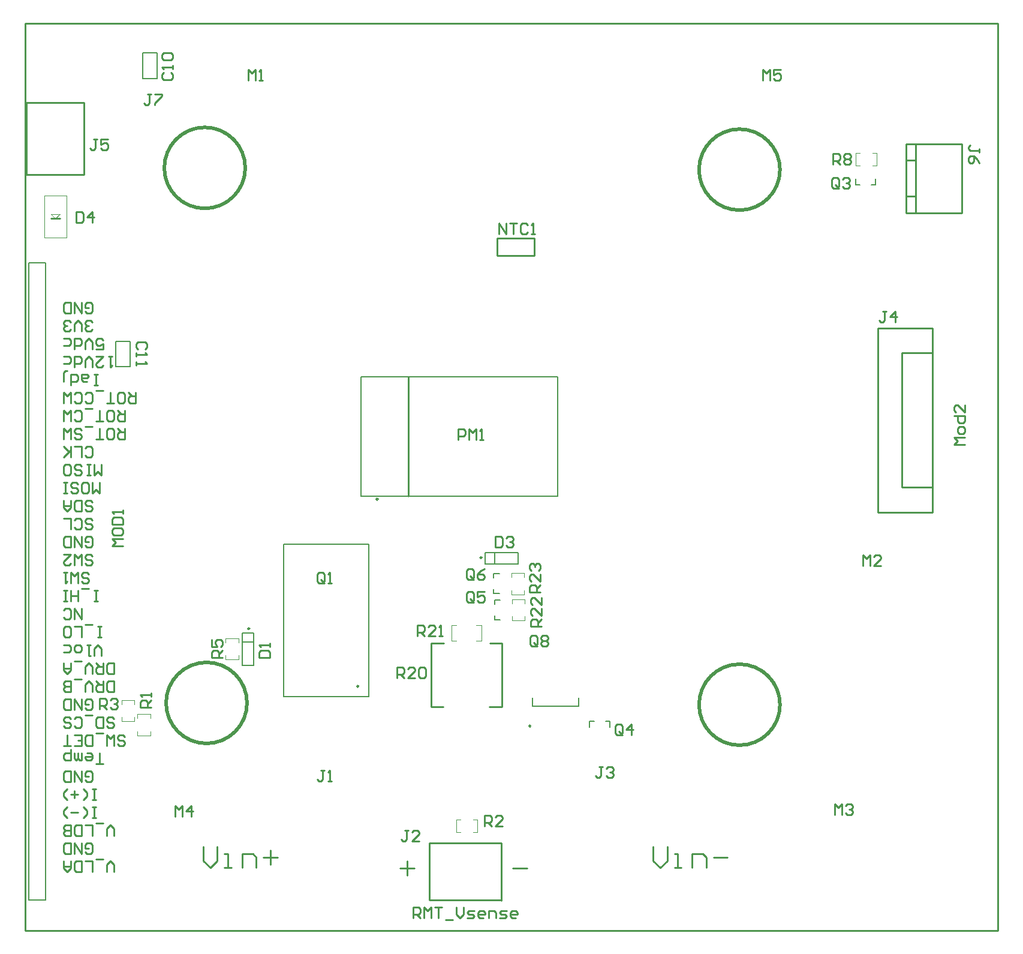
<source format=gto>
G04*
G04 #@! TF.GenerationSoftware,Altium Limited,CircuitStudio,1.5.2 (30)*
G04*
G04 Layer_Color=15065295*
%FSLAX44Y44*%
%MOMM*%
G71*
G01*
G75*
%ADD26C,0.2540*%
%ADD27C,0.5000*%
%ADD29C,0.2500*%
%ADD47C,0.2000*%
%ADD48C,0.1000*%
%ADD49C,0.2032*%
%ADD50C,0.1016*%
D26*
X2172298Y1463500D02*
X2273898D01*
X2172298D02*
Y1544500D01*
X2273898D01*
Y1463360D02*
Y1544500D01*
X1603500Y2487300D02*
Y2588900D01*
X1684500D01*
Y2487300D02*
Y2588900D01*
X1603360Y2487300D02*
X1684500D01*
X2844750Y2530750D02*
X2924000D01*
Y2433500D02*
Y2530750D01*
X2845250Y2433500D02*
X2924000D01*
X2844750Y2434000D02*
X2845250Y2433500D01*
X2844750Y2434000D02*
Y2530750D01*
X2859000Y2434000D02*
Y2530750D01*
X2844900Y2507400D02*
X2859000D01*
X2844750Y2507250D02*
X2844900Y2507400D01*
X2844850Y2456600D02*
X2859000D01*
X2844750Y2456500D02*
X2844850Y2456600D01*
X2142400Y2033280D02*
Y2202190D01*
X2268000Y2373250D02*
X2320500D01*
X2268000D02*
Y2397750D01*
X2320500D01*
Y2373250D02*
Y2397750D01*
X2155000Y1836000D02*
Y1851235D01*
X2162617D01*
X2165157Y1848696D01*
Y1843617D01*
X2162617Y1841078D01*
X2155000D01*
X2160078D02*
X2165157Y1836000D01*
X2180392D02*
X2170235D01*
X2180392Y1846157D01*
Y1848696D01*
X2177852Y1851235D01*
X2172774D01*
X2170235Y1848696D01*
X2185470Y1836000D02*
X2190548D01*
X2188009D01*
Y1851235D01*
X2185470Y1848696D01*
X2126500Y1777500D02*
Y1792735D01*
X2134117D01*
X2136657Y1790196D01*
Y1785117D01*
X2134117Y1782578D01*
X2126500D01*
X2131578D02*
X2136657Y1777500D01*
X2151892D02*
X2141735D01*
X2151892Y1787657D01*
Y1790196D01*
X2149353Y1792735D01*
X2144274D01*
X2141735Y1790196D01*
X2156970D02*
X2159509Y1792735D01*
X2164588D01*
X2167127Y1790196D01*
Y1780039D01*
X2164588Y1777500D01*
X2159509D01*
X2156970Y1780039D01*
Y1790196D01*
X1880000Y1806000D02*
X1864765D01*
Y1813617D01*
X1867304Y1816157D01*
X1872382D01*
X1874922Y1813617D01*
Y1806000D01*
Y1811078D02*
X1880000Y1816157D01*
X1864765Y1831392D02*
Y1821235D01*
X1872382D01*
X1869843Y1826313D01*
Y1828853D01*
X1872382Y1831392D01*
X1877461D01*
X1880000Y1828853D01*
Y1823774D01*
X1877461Y1821235D01*
X1706500Y1733500D02*
Y1748735D01*
X1714117D01*
X1716657Y1746196D01*
Y1741117D01*
X1714117Y1738578D01*
X1706500D01*
X1711578D02*
X1716657Y1733500D01*
X1721735Y1746196D02*
X1724274Y1748735D01*
X1729353D01*
X1731892Y1746196D01*
Y1743657D01*
X1729353Y1741117D01*
X1726813D01*
X1729353D01*
X1731892Y1738578D01*
Y1736039D01*
X1729353Y1733500D01*
X1724274D01*
X1721735Y1736039D01*
X2250361Y1568187D02*
Y1583422D01*
X2257978D01*
X2260518Y1580883D01*
Y1575805D01*
X2257978Y1573266D01*
X2250361D01*
X2255439D02*
X2260518Y1568187D01*
X2275753D02*
X2265596D01*
X2275753Y1578344D01*
Y1580883D01*
X2273214Y1583422D01*
X2268135D01*
X2265596Y1580883D01*
X1779000Y1736000D02*
X1763765D01*
Y1743617D01*
X1766304Y1746156D01*
X1771382D01*
X1773921Y1743617D01*
Y1736000D01*
Y1741078D02*
X1779000Y1746156D01*
Y1751235D02*
Y1756313D01*
Y1753774D01*
X1763765D01*
X1766304Y1751235D01*
X2324200Y1824736D02*
Y1834893D01*
X2321661Y1837432D01*
X2316583D01*
X2314044Y1834893D01*
Y1824736D01*
X2316583Y1822197D01*
X2321661D01*
X2319122Y1827276D02*
X2324200Y1822197D01*
X2321661D02*
X2324200Y1824736D01*
X2329279Y1834893D02*
X2331818Y1837432D01*
X2336896D01*
X2339435Y1834893D01*
Y1832354D01*
X2336896Y1829815D01*
X2339435Y1827276D01*
Y1824736D01*
X2336896Y1822197D01*
X2331818D01*
X2329279Y1824736D01*
Y1827276D01*
X2331818Y1829815D01*
X2329279Y1832354D01*
Y1834893D01*
X2331818Y1829815D02*
X2336896D01*
X2024157Y1913289D02*
Y1923446D01*
X2021617Y1925985D01*
X2016539D01*
X2014000Y1923446D01*
Y1913289D01*
X2016539Y1910750D01*
X2021617D01*
X2019078Y1915828D02*
X2024157Y1910750D01*
X2021617D02*
X2024157Y1913289D01*
X2029235Y1910750D02*
X2034313D01*
X2031774D01*
Y1925985D01*
X2029235Y1923446D01*
X2212750Y2113250D02*
Y2128485D01*
X2220367D01*
X2222907Y2125946D01*
Y2120867D01*
X2220367Y2118328D01*
X2212750D01*
X2227985Y2113250D02*
Y2128485D01*
X2233063Y2123407D01*
X2238142Y2128485D01*
Y2113250D01*
X2243220D02*
X2248298D01*
X2245759D01*
Y2128485D01*
X2243220Y2125946D01*
X2270000Y2403750D02*
Y2418985D01*
X2280157Y2403750D01*
Y2418985D01*
X2285235D02*
X2295392D01*
X2290313D01*
Y2403750D01*
X2310627Y2416446D02*
X2308088Y2418985D01*
X2303009D01*
X2300470Y2416446D01*
Y2406289D01*
X2303009Y2403750D01*
X2308088D01*
X2310627Y2406289D01*
X2315705Y2403750D02*
X2320783D01*
X2318244D01*
Y2418985D01*
X2315705Y2416446D01*
X1739000Y1963500D02*
X1723765D01*
X1728843Y1968578D01*
X1723765Y1973657D01*
X1739000D01*
X1723765Y1986353D02*
Y1981274D01*
X1726304Y1978735D01*
X1736461D01*
X1739000Y1981274D01*
Y1986353D01*
X1736461Y1988892D01*
X1726304D01*
X1723765Y1986353D01*
Y1993970D02*
X1739000D01*
Y2001588D01*
X1736461Y2004127D01*
X1726304D01*
X1723765Y2001588D01*
Y1993970D01*
X1739000Y2009205D02*
Y2014283D01*
Y2011744D01*
X1723765D01*
X1726304Y2009205D01*
X2642500Y2620600D02*
Y2635835D01*
X2647578Y2630757D01*
X2652657Y2635835D01*
Y2620600D01*
X2667892Y2635835D02*
X2657735D01*
Y2628217D01*
X2662813Y2630757D01*
X2665352D01*
X2667892Y2628217D01*
Y2623139D01*
X2665352Y2620600D01*
X2660274D01*
X2657735Y2623139D01*
X1813400Y1581900D02*
Y1597135D01*
X1818478Y1592057D01*
X1823557Y1597135D01*
Y1581900D01*
X1836252D02*
Y1597135D01*
X1828635Y1589517D01*
X1838792D01*
X2744200Y1584500D02*
Y1599735D01*
X2749278Y1594657D01*
X2754357Y1599735D01*
Y1584500D01*
X2759435Y1597196D02*
X2761974Y1599735D01*
X2767053D01*
X2769592Y1597196D01*
Y1594657D01*
X2767053Y1592117D01*
X2764513D01*
X2767053D01*
X2769592Y1589578D01*
Y1587039D01*
X2767053Y1584500D01*
X2761974D01*
X2759435Y1587039D01*
X2784500Y1935500D02*
Y1950735D01*
X2789578Y1945657D01*
X2794657Y1950735D01*
Y1935500D01*
X2809892D02*
X2799735D01*
X2809892Y1945657D01*
Y1948196D01*
X2807353Y1950735D01*
X2802274D01*
X2799735Y1948196D01*
X1916100Y2620600D02*
Y2635835D01*
X1921178Y2630757D01*
X1926257Y2635835D01*
Y2620600D01*
X1931335D02*
X1936413D01*
X1933874D01*
Y2635835D01*
X1931335Y2633296D01*
X1778907Y2600985D02*
X1773828D01*
X1776367D01*
Y2588289D01*
X1773828Y2585750D01*
X1771289D01*
X1768750Y2588289D01*
X1783985Y2600985D02*
X1794142D01*
Y2598446D01*
X1783985Y2588289D01*
Y2585750D01*
X2948202Y2519214D02*
Y2524293D01*
Y2521754D01*
X2935506D01*
X2932967Y2524293D01*
Y2526832D01*
X2935506Y2529371D01*
X2948202Y2503979D02*
X2945663Y2509058D01*
X2940584Y2514136D01*
X2935506D01*
X2932967Y2511597D01*
Y2506518D01*
X2935506Y2503979D01*
X2938045D01*
X2940584Y2506518D01*
Y2514136D01*
X1703157Y2537485D02*
X1698078D01*
X1700617D01*
Y2524789D01*
X1698078Y2522250D01*
X1695539D01*
X1693000Y2524789D01*
X1718392Y2537485D02*
X1708235D01*
Y2529867D01*
X1713313Y2532407D01*
X1715853D01*
X1718392Y2529867D01*
Y2524789D01*
X1715853Y2522250D01*
X1710774D01*
X1708235Y2524789D01*
X2416907Y1651735D02*
X2411828D01*
X2414367D01*
Y1639039D01*
X2411828Y1636500D01*
X2409289D01*
X2406750Y1639039D01*
X2421985Y1649196D02*
X2424524Y1651735D01*
X2429603D01*
X2432142Y1649196D01*
Y1646657D01*
X2429603Y1644117D01*
X2427063D01*
X2429603D01*
X2432142Y1641578D01*
Y1639039D01*
X2429603Y1636500D01*
X2424524D01*
X2421985Y1639039D01*
X2142407Y1562485D02*
X2137328D01*
X2139867D01*
Y1549789D01*
X2137328Y1547250D01*
X2134789D01*
X2132250Y1549789D01*
X2157642Y1547250D02*
X2147485D01*
X2157642Y1557407D01*
Y1559946D01*
X2155103Y1562485D01*
X2150024D01*
X2147485Y1559946D01*
X2023657Y1646485D02*
X2018578D01*
X2021117D01*
Y1633789D01*
X2018578Y1631250D01*
X2016039D01*
X2013500Y1633789D01*
X2028735Y1631250D02*
X2033813D01*
X2031274D01*
Y1646485D01*
X2028735Y1643946D01*
X2265250Y1976735D02*
Y1961500D01*
X2272867D01*
X2275406Y1964039D01*
Y1974196D01*
X2272867Y1976735D01*
X2265250D01*
X2280485Y1974196D02*
X2283024Y1976735D01*
X2288102D01*
X2290641Y1974196D01*
Y1971656D01*
X2288102Y1969117D01*
X2285563D01*
X2288102D01*
X2290641Y1966578D01*
Y1964039D01*
X2288102Y1961500D01*
X2283024D01*
X2280485Y1964039D01*
X1931265Y1806000D02*
X1946500D01*
Y1813617D01*
X1943961Y1816157D01*
X1933804D01*
X1931265Y1813617D01*
Y1806000D01*
X1946500Y1821235D02*
Y1826313D01*
Y1823774D01*
X1931265D01*
X1933804Y1821235D01*
X1796804Y2631407D02*
X1794265Y2628867D01*
Y2623789D01*
X1796804Y2621250D01*
X1806961D01*
X1809500Y2623789D01*
Y2628867D01*
X1806961Y2631407D01*
X1809500Y2636485D02*
Y2641563D01*
Y2639024D01*
X1794265D01*
X1796804Y2636485D01*
Y2649181D02*
X1794265Y2651720D01*
Y2656798D01*
X1796804Y2659337D01*
X1806961D01*
X1809500Y2656798D01*
Y2651720D01*
X1806961Y2649181D01*
X1796804D01*
X1771115Y2240726D02*
X1773654Y2243265D01*
Y2248344D01*
X1771115Y2250883D01*
X1760958D01*
X1758419Y2248344D01*
Y2243265D01*
X1760958Y2240726D01*
X1758419Y2235648D02*
Y2230569D01*
Y2233109D01*
X1773654D01*
X1771115Y2235648D01*
X1758419Y2222952D02*
Y2217874D01*
Y2220413D01*
X1773654D01*
X1771115Y2222952D01*
X2817178Y2294538D02*
X2812099D01*
X2814638D01*
Y2281842D01*
X2812099Y2279303D01*
X2809560D01*
X2807021Y2281842D01*
X2829874Y2279303D02*
Y2294538D01*
X2822256Y2286920D01*
X2832413D01*
X2750406Y2470289D02*
Y2480446D01*
X2747867Y2482985D01*
X2742789D01*
X2740250Y2480446D01*
Y2470289D01*
X2742789Y2467750D01*
X2747867D01*
X2745328Y2472828D02*
X2750406Y2467750D01*
X2747867D02*
X2750406Y2470289D01*
X2755485Y2480446D02*
X2758024Y2482985D01*
X2763102D01*
X2765642Y2480446D01*
Y2477907D01*
X2763102Y2475367D01*
X2760563D01*
X2763102D01*
X2765642Y2472828D01*
Y2470289D01*
X2763102Y2467750D01*
X2758024D01*
X2755485Y2470289D01*
X2741750Y2501500D02*
Y2516735D01*
X2749367D01*
X2751907Y2514196D01*
Y2509117D01*
X2749367Y2506578D01*
X2741750D01*
X2746828D02*
X2751907Y2501500D01*
X2756985Y2514196D02*
X2759524Y2516735D01*
X2764602D01*
X2767142Y2514196D01*
Y2511656D01*
X2764602Y2509117D01*
X2767142Y2506578D01*
Y2504039D01*
X2764602Y2501500D01*
X2759524D01*
X2756985Y2504039D01*
Y2506578D01*
X2759524Y2509117D01*
X2756985Y2511656D01*
Y2514196D01*
X2759524Y2509117D02*
X2764602D01*
X2928000Y2106500D02*
X2912765D01*
X2917843Y2111578D01*
X2912765Y2116656D01*
X2928000D01*
Y2124274D02*
Y2129352D01*
X2925461Y2131891D01*
X2920382D01*
X2917843Y2129352D01*
Y2124274D01*
X2920382Y2121735D01*
X2925461D01*
X2928000Y2124274D01*
X2912765Y2147127D02*
X2928000D01*
Y2139509D01*
X2925461Y2136970D01*
X2920382D01*
X2917843Y2139509D01*
Y2147127D01*
X2928000Y2162362D02*
Y2152205D01*
X2917843Y2162362D01*
X2915304D01*
X2912765Y2159823D01*
Y2154744D01*
X2915304Y2152205D01*
X1673750Y2435235D02*
Y2420000D01*
X1681367D01*
X1683907Y2422539D01*
Y2432696D01*
X1681367Y2435235D01*
X1673750D01*
X1696602Y2420000D02*
Y2435235D01*
X1688985Y2427617D01*
X1699142D01*
X2444957Y1698839D02*
Y1708996D01*
X2442417Y1711535D01*
X2437339D01*
X2434800Y1708996D01*
Y1698839D01*
X2437339Y1696300D01*
X2442417D01*
X2439878Y1701378D02*
X2444957Y1696300D01*
X2442417D02*
X2444957Y1698839D01*
X2457652Y1696300D02*
Y1711535D01*
X2450035Y1703917D01*
X2460192D01*
X2329000Y1898500D02*
X2313765D01*
Y1906117D01*
X2316304Y1908657D01*
X2321382D01*
X2323922Y1906117D01*
Y1898500D01*
Y1903578D02*
X2329000Y1908657D01*
Y1923892D02*
Y1913735D01*
X2318843Y1923892D01*
X2316304D01*
X2313765Y1921352D01*
Y1916274D01*
X2316304Y1913735D01*
Y1928970D02*
X2313765Y1931509D01*
Y1936588D01*
X2316304Y1939127D01*
X2318843D01*
X2321382Y1936588D01*
Y1934048D01*
Y1936588D01*
X2323922Y1939127D01*
X2326461D01*
X2329000Y1936588D01*
Y1931509D01*
X2326461Y1928970D01*
X2330024Y1850028D02*
X2314789D01*
Y1857645D01*
X2317328Y1860184D01*
X2322406D01*
X2324946Y1857645D01*
Y1850028D01*
Y1855106D02*
X2330024Y1860184D01*
Y1875419D02*
Y1865263D01*
X2319867Y1875419D01*
X2317328D01*
X2314789Y1872880D01*
Y1867802D01*
X2317328Y1865263D01*
X2330024Y1890655D02*
Y1880498D01*
X2319867Y1890655D01*
X2317328D01*
X2314789Y1888115D01*
Y1883037D01*
X2317328Y1880498D01*
X2234357Y1918539D02*
Y1928696D01*
X2231817Y1931235D01*
X2226739D01*
X2224200Y1928696D01*
Y1918539D01*
X2226739Y1916000D01*
X2231817D01*
X2229278Y1921078D02*
X2234357Y1916000D01*
X2231817D02*
X2234357Y1918539D01*
X2249592Y1931235D02*
X2244513Y1928696D01*
X2239435Y1923617D01*
Y1918539D01*
X2241974Y1916000D01*
X2247052D01*
X2249592Y1918539D01*
Y1921078D01*
X2247052Y1923617D01*
X2239435D01*
X2234357Y1886039D02*
Y1896196D01*
X2231817Y1898735D01*
X2226739D01*
X2224200Y1896196D01*
Y1886039D01*
X2226739Y1883500D01*
X2231817D01*
X2229278Y1888578D02*
X2234357Y1883500D01*
X2231817D02*
X2234357Y1886039D01*
X2249592Y1898735D02*
X2239435D01*
Y1891117D01*
X2244513Y1893657D01*
X2247052D01*
X2249592Y1891117D01*
Y1886039D01*
X2247052Y1883500D01*
X2241974D01*
X2239435Y1886039D01*
X1852750Y1539240D02*
Y1519247D01*
X1862747Y1509250D01*
X1872743Y1519247D01*
Y1539240D01*
X1882740Y1509250D02*
X1892737D01*
X1887738D01*
Y1529243D01*
X1882740D01*
X1907732Y1509250D02*
Y1529243D01*
X1922727D01*
X1927726Y1524245D01*
Y1509250D01*
X1937722Y1524245D02*
X1957716D01*
X1947719Y1534242D02*
Y1514248D01*
X2488000Y1539240D02*
Y1519247D01*
X2497997Y1509250D01*
X2507993Y1519247D01*
Y1539240D01*
X2517990Y1509250D02*
X2527987D01*
X2522988D01*
Y1529243D01*
X2517990D01*
X2542982Y1509250D02*
Y1529243D01*
X2557977D01*
X2562975Y1524245D01*
Y1509250D01*
X2572972Y1524245D02*
X2592966D01*
X2149062Y1438500D02*
Y1453735D01*
X2156679D01*
X2159218Y1451196D01*
Y1446117D01*
X2156679Y1443578D01*
X2149062D01*
X2154140D02*
X2159218Y1438500D01*
X2164297D02*
Y1453735D01*
X2169375Y1448657D01*
X2174454Y1453735D01*
Y1438500D01*
X2179532Y1453735D02*
X2189689D01*
X2184610D01*
Y1438500D01*
X2194767Y1435961D02*
X2204924D01*
X2210002Y1453735D02*
Y1443578D01*
X2215080Y1438500D01*
X2220159Y1443578D01*
Y1453735D01*
X2225237Y1438500D02*
X2232855D01*
X2235394Y1441039D01*
X2232855Y1443578D01*
X2227776D01*
X2225237Y1446117D01*
X2227776Y1448657D01*
X2235394D01*
X2248090Y1438500D02*
X2243011D01*
X2240472Y1441039D01*
Y1446117D01*
X2243011Y1448657D01*
X2248090D01*
X2250629Y1446117D01*
Y1443578D01*
X2240472D01*
X2255707Y1438500D02*
Y1448657D01*
X2263325D01*
X2265864Y1446117D01*
Y1438500D01*
X2270942D02*
X2278560D01*
X2281099Y1441039D01*
X2278560Y1443578D01*
X2273482D01*
X2270942Y1446117D01*
X2273482Y1448657D01*
X2281099D01*
X2293795Y1438500D02*
X2288717D01*
X2286177Y1441039D01*
Y1446117D01*
X2288717Y1448657D01*
X2293795D01*
X2296334Y1446117D01*
Y1443578D01*
X2286177D01*
X2290000Y1508745D02*
X2309993D01*
X2130750D02*
X2150743D01*
X2140747Y1518742D02*
Y1498748D01*
X1701578Y2241026D02*
X1711735D01*
Y2248644D01*
X1706657Y2246104D01*
X1704117D01*
X1701578Y2248644D01*
Y2253722D01*
X1704117Y2256261D01*
X1709196D01*
X1711735Y2253722D01*
X1696500Y2241026D02*
Y2251183D01*
X1691422Y2256261D01*
X1686343Y2251183D01*
Y2241026D01*
X1671108D02*
Y2256261D01*
X1678726D01*
X1681265Y2253722D01*
Y2248644D01*
X1678726Y2246104D01*
X1671108D01*
X1655873D02*
X1663491D01*
X1666030Y2248644D01*
Y2253722D01*
X1663491Y2256261D01*
X1655873D01*
X1757440Y2180003D02*
Y2164768D01*
X1749823D01*
X1747283Y2167307D01*
Y2172386D01*
X1749823Y2174925D01*
X1757440D01*
X1752362D02*
X1747283Y2180003D01*
X1734588Y2164768D02*
X1739666D01*
X1742205Y2167307D01*
Y2177464D01*
X1739666Y2180003D01*
X1734588D01*
X1732048Y2177464D01*
Y2167307D01*
X1734588Y2164768D01*
X1726970D02*
X1716813D01*
X1721892D01*
Y2180003D01*
X1711735Y2182542D02*
X1701578D01*
X1686343Y2167307D02*
X1688882Y2164768D01*
X1693961D01*
X1696500Y2167307D01*
Y2177464D01*
X1693961Y2180003D01*
X1688882D01*
X1686343Y2177464D01*
X1671108Y2167307D02*
X1673647Y2164768D01*
X1678726D01*
X1681265Y2167307D01*
Y2177464D01*
X1678726Y2180003D01*
X1673647D01*
X1671108Y2177464D01*
X1666030Y2164768D02*
Y2180003D01*
X1660951Y2174925D01*
X1655873Y2180003D01*
Y2164768D01*
X1742205Y2154584D02*
Y2139349D01*
X1734588D01*
X1732048Y2141888D01*
Y2146966D01*
X1734588Y2149505D01*
X1742205D01*
X1737127D02*
X1732048Y2154584D01*
X1719353Y2139349D02*
X1724431D01*
X1726970Y2141888D01*
Y2152045D01*
X1724431Y2154584D01*
X1719353D01*
X1716813Y2152045D01*
Y2141888D01*
X1719353Y2139349D01*
X1711735D02*
X1701578D01*
X1706657D01*
Y2154584D01*
X1696500Y2157123D02*
X1686343D01*
X1671108Y2141888D02*
X1673647Y2139349D01*
X1678726D01*
X1681265Y2141888D01*
Y2152045D01*
X1678726Y2154584D01*
X1673647D01*
X1671108Y2152045D01*
X1666030Y2139349D02*
Y2154584D01*
X1660951Y2149505D01*
X1655873Y2154584D01*
Y2139349D01*
X1742205Y2129164D02*
Y2113929D01*
X1734588D01*
X1732048Y2116468D01*
Y2121547D01*
X1734588Y2124086D01*
X1742205D01*
X1737127D02*
X1732048Y2129164D01*
X1719353Y2113929D02*
X1724431D01*
X1726970Y2116468D01*
Y2126625D01*
X1724431Y2129164D01*
X1719353D01*
X1716813Y2126625D01*
Y2116468D01*
X1719353Y2113929D01*
X1711735D02*
X1701578D01*
X1706657D01*
Y2129164D01*
X1696500Y2131703D02*
X1686343D01*
X1671108Y2116468D02*
X1673647Y2113929D01*
X1678726D01*
X1681265Y2116468D01*
Y2119008D01*
X1678726Y2121547D01*
X1673647D01*
X1671108Y2124086D01*
Y2126625D01*
X1673647Y2129164D01*
X1678726D01*
X1681265Y2126625D01*
X1666030Y2113929D02*
Y2129164D01*
X1660951Y2124086D01*
X1655873Y2129164D01*
Y2113929D01*
X1686343Y2091049D02*
X1688882Y2088510D01*
X1693961D01*
X1696500Y2091049D01*
Y2101206D01*
X1693961Y2103745D01*
X1688882D01*
X1686343Y2101206D01*
X1681265Y2088510D02*
Y2103745D01*
X1671108D01*
X1666030Y2088510D02*
Y2103745D01*
Y2098667D01*
X1655873Y2088510D01*
X1663491Y2096127D01*
X1655873Y2103745D01*
X1709196Y2078326D02*
Y2063091D01*
X1704117Y2068169D01*
X1699039Y2063091D01*
Y2078326D01*
X1693961Y2063091D02*
X1688882D01*
X1691422D01*
Y2078326D01*
X1693961D01*
X1688882D01*
X1671108Y2065630D02*
X1673647Y2063091D01*
X1678726D01*
X1681265Y2065630D01*
Y2068169D01*
X1678726Y2070708D01*
X1673647D01*
X1671108Y2073247D01*
Y2075786D01*
X1673647Y2078326D01*
X1678726D01*
X1681265Y2075786D01*
X1658412Y2063091D02*
X1663491D01*
X1666030Y2065630D01*
Y2075786D01*
X1663491Y2078326D01*
X1658412D01*
X1655873Y2075786D01*
Y2065630D01*
X1658412Y2063091D01*
X1686343Y1963952D02*
X1688882Y1961413D01*
X1693961D01*
X1696500Y1963952D01*
Y1974109D01*
X1693961Y1976648D01*
X1688882D01*
X1686343Y1974109D01*
Y1969031D01*
X1691422D01*
X1681265Y1976648D02*
Y1961413D01*
X1671108Y1976648D01*
Y1961413D01*
X1666030D02*
Y1976648D01*
X1658412D01*
X1655873Y1974109D01*
Y1963952D01*
X1658412Y1961413D01*
X1666030D01*
X1686343Y1938533D02*
X1688882Y1935994D01*
X1693961D01*
X1696500Y1938533D01*
Y1941072D01*
X1693961Y1943611D01*
X1688882D01*
X1686343Y1946151D01*
Y1948690D01*
X1688882Y1951229D01*
X1693961D01*
X1696500Y1948690D01*
X1681265Y1935994D02*
Y1951229D01*
X1676187Y1946151D01*
X1671108Y1951229D01*
Y1935994D01*
X1655873Y1951229D02*
X1666030D01*
X1655873Y1941072D01*
Y1938533D01*
X1658412Y1935994D01*
X1663491D01*
X1666030Y1938533D01*
X1681265Y1913114D02*
X1683804Y1910574D01*
X1688882D01*
X1691422Y1913114D01*
Y1915653D01*
X1688882Y1918192D01*
X1683804D01*
X1681265Y1920731D01*
Y1923270D01*
X1683804Y1925809D01*
X1688882D01*
X1691422Y1923270D01*
X1676187Y1910574D02*
Y1925809D01*
X1671108Y1920731D01*
X1666030Y1925809D01*
Y1910574D01*
X1660951Y1925809D02*
X1655873D01*
X1658412D01*
Y1910574D01*
X1660951Y1913114D01*
X1716813Y1709759D02*
X1719353Y1707220D01*
X1724431D01*
X1726970Y1709759D01*
Y1712298D01*
X1724431Y1714837D01*
X1719353D01*
X1716813Y1717376D01*
Y1719915D01*
X1719353Y1722455D01*
X1724431D01*
X1726970Y1719915D01*
X1711735Y1707220D02*
Y1722455D01*
X1704117D01*
X1701578Y1719915D01*
Y1709759D01*
X1704117Y1707220D01*
X1711735D01*
X1696500Y1724994D02*
X1686343D01*
X1671108Y1709759D02*
X1673647Y1707220D01*
X1678726D01*
X1681265Y1709759D01*
Y1719915D01*
X1678726Y1722455D01*
X1673647D01*
X1671108Y1719915D01*
X1655873Y1709759D02*
X1658412Y1707220D01*
X1663491D01*
X1666030Y1709759D01*
Y1712298D01*
X1663491Y1714837D01*
X1658412D01*
X1655873Y1717376D01*
Y1719915D01*
X1658412Y1722455D01*
X1663491D01*
X1666030Y1719915D01*
X1732048Y1684339D02*
X1734588Y1681800D01*
X1739666D01*
X1742205Y1684339D01*
Y1686879D01*
X1739666Y1689418D01*
X1734588D01*
X1732048Y1691957D01*
Y1694496D01*
X1734588Y1697035D01*
X1739666D01*
X1742205Y1694496D01*
X1726970Y1681800D02*
Y1697035D01*
X1721892Y1691957D01*
X1716813Y1697035D01*
Y1681800D01*
X1711735Y1699574D02*
X1701578D01*
X1696500Y1681800D02*
Y1697035D01*
X1688882D01*
X1686343Y1694496D01*
Y1684339D01*
X1688882Y1681800D01*
X1696500D01*
X1671108D02*
X1681265D01*
Y1697035D01*
X1671108D01*
X1681265Y1689418D02*
X1676187D01*
X1666030Y1681800D02*
X1655873D01*
X1660951D01*
Y1697035D01*
X1726970Y1503865D02*
Y1514021D01*
X1721892Y1519100D01*
X1716813Y1514021D01*
Y1503865D01*
X1711735Y1521639D02*
X1701578D01*
X1696500Y1503865D02*
Y1519100D01*
X1686343D01*
X1681265Y1503865D02*
Y1519100D01*
X1673647D01*
X1671108Y1516561D01*
Y1506404D01*
X1673647Y1503865D01*
X1681265D01*
X1666030Y1519100D02*
Y1508943D01*
X1660951Y1503865D01*
X1655873Y1508943D01*
Y1519100D01*
Y1511482D01*
X1666030D01*
X1726970Y1554704D02*
Y1564860D01*
X1721892Y1569939D01*
X1716813Y1564860D01*
Y1554704D01*
X1711735Y1572478D02*
X1701578D01*
X1696500Y1554704D02*
Y1569939D01*
X1686343D01*
X1681265Y1554704D02*
Y1569939D01*
X1673647D01*
X1671108Y1567399D01*
Y1557243D01*
X1673647Y1554704D01*
X1681265D01*
X1666030D02*
Y1569939D01*
X1658412D01*
X1655873Y1567399D01*
Y1564860D01*
X1658412Y1562321D01*
X1666030D01*
X1658412D01*
X1655873Y1559782D01*
Y1557243D01*
X1658412Y1554704D01*
X1666030D01*
X1686343Y1531823D02*
X1688882Y1529284D01*
X1693961D01*
X1696500Y1531823D01*
Y1541980D01*
X1693961Y1544519D01*
X1688882D01*
X1686343Y1541980D01*
Y1536902D01*
X1691422D01*
X1681265Y1544519D02*
Y1529284D01*
X1671108Y1544519D01*
Y1529284D01*
X1666030D02*
Y1544519D01*
X1658412D01*
X1655873Y1541980D01*
Y1531823D01*
X1658412Y1529284D01*
X1666030D01*
X1686343Y1735178D02*
X1688882Y1732639D01*
X1693961D01*
X1696500Y1735178D01*
Y1745335D01*
X1693961Y1747874D01*
X1688882D01*
X1686343Y1745335D01*
Y1740257D01*
X1691422D01*
X1681265Y1747874D02*
Y1732639D01*
X1671108Y1747874D01*
Y1732639D01*
X1666030D02*
Y1747874D01*
X1658412D01*
X1655873Y1745335D01*
Y1735178D01*
X1658412Y1732639D01*
X1666030D01*
X1701578Y1580123D02*
X1696500D01*
X1699039D01*
Y1595358D01*
X1701578D01*
X1696500D01*
X1683804D02*
X1688882Y1590280D01*
Y1585201D01*
X1683804Y1580123D01*
X1676186Y1587740D02*
X1666030D01*
X1660951Y1595358D02*
X1655873Y1590280D01*
Y1585201D01*
X1660951Y1580123D01*
X1701578Y1605542D02*
X1696500D01*
X1699039D01*
Y1620777D01*
X1701578D01*
X1696500D01*
X1683804D02*
X1688882Y1615699D01*
Y1610621D01*
X1683804Y1605542D01*
X1676186Y1613160D02*
X1666030D01*
X1671108Y1608081D02*
Y1618238D01*
X1660951Y1620777D02*
X1655873Y1615699D01*
Y1610621D01*
X1660951Y1605542D01*
X1686343Y1633501D02*
X1688882Y1630961D01*
X1693961D01*
X1696500Y1633501D01*
Y1643657D01*
X1693961Y1646197D01*
X1688882D01*
X1686343Y1643657D01*
Y1638579D01*
X1691422D01*
X1681265Y1646197D02*
Y1630961D01*
X1671108Y1646197D01*
Y1630961D01*
X1666030D02*
Y1646197D01*
X1658412D01*
X1655873Y1643657D01*
Y1633501D01*
X1658412Y1630961D01*
X1666030D01*
X1726970Y1783478D02*
Y1798713D01*
X1719353D01*
X1716813Y1796174D01*
Y1786017D01*
X1719353Y1783478D01*
X1726970D01*
X1711735Y1798713D02*
Y1783478D01*
X1704117D01*
X1701578Y1786017D01*
Y1791095D01*
X1704117Y1793634D01*
X1711735D01*
X1706657D02*
X1701578Y1798713D01*
X1696500Y1783478D02*
Y1793634D01*
X1691422Y1798713D01*
X1686343Y1793634D01*
Y1783478D01*
X1681265Y1801252D02*
X1671108D01*
X1666030Y1798713D02*
Y1788556D01*
X1660951Y1783478D01*
X1655873Y1788556D01*
Y1798713D01*
Y1791095D01*
X1666030D01*
X1726970Y1758058D02*
Y1773293D01*
X1719353D01*
X1716813Y1770754D01*
Y1760598D01*
X1719353Y1758058D01*
X1726970D01*
X1711735Y1773293D02*
Y1758058D01*
X1704117D01*
X1701578Y1760598D01*
Y1765676D01*
X1704117Y1768215D01*
X1711735D01*
X1706657D02*
X1701578Y1773293D01*
X1696500Y1758058D02*
Y1768215D01*
X1691422Y1773293D01*
X1686343Y1768215D01*
Y1758058D01*
X1681265Y1775833D02*
X1671108D01*
X1666030Y1758058D02*
Y1773293D01*
X1658412D01*
X1655873Y1770754D01*
Y1768215D01*
X1658412Y1765676D01*
X1666030D01*
X1658412D01*
X1655873Y1763137D01*
Y1760598D01*
X1658412Y1758058D01*
X1666030D01*
X1709196Y1808897D02*
Y1819054D01*
X1704117Y1824132D01*
X1699039Y1819054D01*
Y1808897D01*
X1693961Y1824132D02*
X1688882D01*
X1691422D01*
Y1808897D01*
X1693961D01*
X1678726Y1824132D02*
X1673647D01*
X1671108Y1821593D01*
Y1816515D01*
X1673647Y1813975D01*
X1678726D01*
X1681265Y1816515D01*
Y1821593D01*
X1678726Y1824132D01*
X1655873Y1813975D02*
X1663491D01*
X1666030Y1816515D01*
Y1821593D01*
X1663491Y1824132D01*
X1655873D01*
X1711735Y1656381D02*
X1701578D01*
X1706657D01*
Y1671616D01*
X1688882D02*
X1693961D01*
X1696500Y1669077D01*
Y1663998D01*
X1693961Y1661459D01*
X1688882D01*
X1686343Y1663998D01*
Y1666538D01*
X1696500D01*
X1681265Y1671616D02*
Y1661459D01*
X1678726D01*
X1676187Y1663998D01*
Y1671616D01*
Y1663998D01*
X1673647Y1661459D01*
X1671108Y1663998D01*
Y1671616D01*
X1666030Y1676694D02*
Y1661459D01*
X1658412D01*
X1655873Y1663998D01*
Y1669077D01*
X1658412Y1671616D01*
X1666030D01*
X1704117Y1885155D02*
X1699039D01*
X1701578D01*
Y1900390D01*
X1704117D01*
X1699039D01*
X1691422Y1902929D02*
X1681265D01*
X1676187Y1885155D02*
Y1900390D01*
Y1892773D01*
X1666030D01*
Y1885155D01*
Y1900390D01*
X1660951Y1885155D02*
X1655873D01*
X1658412D01*
Y1900390D01*
X1660951D01*
X1655873D01*
X1681265Y1874971D02*
Y1859736D01*
X1671108Y1874971D01*
Y1859736D01*
X1655873Y1862275D02*
X1658412Y1859736D01*
X1663491D01*
X1666030Y1862275D01*
Y1872432D01*
X1663491Y1874971D01*
X1658412D01*
X1655873Y1872432D01*
X1709196Y1834316D02*
X1704117D01*
X1706657D01*
Y1849551D01*
X1709196D01*
X1704117D01*
X1696500Y1852091D02*
X1686343D01*
X1681265Y1834316D02*
Y1849551D01*
X1671108D01*
X1658412Y1834316D02*
X1663491D01*
X1666030Y1836855D01*
Y1847012D01*
X1663491Y1849551D01*
X1658412D01*
X1655873Y1847012D01*
Y1836855D01*
X1658412Y1834316D01*
X1686343Y1989372D02*
X1688882Y1986832D01*
X1693961D01*
X1696500Y1989372D01*
Y1991911D01*
X1693961Y1994450D01*
X1688882D01*
X1686343Y1996989D01*
Y1999528D01*
X1688882Y2002068D01*
X1693961D01*
X1696500Y1999528D01*
X1671108Y1989372D02*
X1673647Y1986832D01*
X1678726D01*
X1681265Y1989372D01*
Y1999528D01*
X1678726Y2002068D01*
X1673647D01*
X1671108Y1999528D01*
X1666030Y1986832D02*
Y2002068D01*
X1655873D01*
X1686343Y2014791D02*
X1688882Y2012252D01*
X1693961D01*
X1696500Y2014791D01*
Y2017330D01*
X1693961Y2019869D01*
X1688882D01*
X1686343Y2022409D01*
Y2024948D01*
X1688882Y2027487D01*
X1693961D01*
X1696500Y2024948D01*
X1681265Y2012252D02*
Y2027487D01*
X1673647D01*
X1671108Y2024948D01*
Y2014791D01*
X1673647Y2012252D01*
X1681265D01*
X1666030Y2027487D02*
Y2017330D01*
X1660951Y2012252D01*
X1655873Y2017330D01*
Y2027487D01*
Y2019869D01*
X1666030D01*
X1706657Y2052906D02*
Y2037671D01*
X1701578Y2042750D01*
X1696500Y2037671D01*
Y2052906D01*
X1683804Y2037671D02*
X1688882D01*
X1691422Y2040210D01*
Y2050367D01*
X1688882Y2052906D01*
X1683804D01*
X1681265Y2050367D01*
Y2040210D01*
X1683804Y2037671D01*
X1666030Y2040210D02*
X1668569Y2037671D01*
X1673647D01*
X1676186Y2040210D01*
Y2042750D01*
X1673647Y2045289D01*
X1668569D01*
X1666030Y2047828D01*
Y2050367D01*
X1668569Y2052906D01*
X1673647D01*
X1676186Y2050367D01*
X1660951Y2037671D02*
X1655873D01*
X1658412D01*
Y2052906D01*
X1660951D01*
X1655873D01*
X1724431Y2230842D02*
X1719353D01*
X1721892D01*
Y2215607D01*
X1724431Y2218146D01*
X1701578Y2230842D02*
X1711735D01*
X1701578Y2220685D01*
Y2218146D01*
X1704117Y2215607D01*
X1709196D01*
X1711735Y2218146D01*
X1696500Y2215607D02*
Y2225763D01*
X1691422Y2230842D01*
X1686343Y2225763D01*
Y2215607D01*
X1671108D02*
Y2230842D01*
X1678726D01*
X1681265Y2228303D01*
Y2223224D01*
X1678726Y2220685D01*
X1671108D01*
X1655873D02*
X1663491D01*
X1666030Y2223224D01*
Y2228303D01*
X1663491Y2230842D01*
X1655873D01*
X1704117Y2190187D02*
X1699039D01*
X1701578D01*
Y2205422D01*
X1704117D01*
X1699039D01*
X1688882Y2195266D02*
X1683804D01*
X1681265Y2197805D01*
Y2205422D01*
X1688882D01*
X1691422Y2202883D01*
X1688882Y2200344D01*
X1681265D01*
X1666030Y2190187D02*
Y2205422D01*
X1673647D01*
X1676186Y2202883D01*
Y2197805D01*
X1673647Y2195266D01*
X1666030D01*
X1660951Y2210501D02*
X1658412D01*
X1655873Y2207962D01*
Y2195266D01*
X1696500Y2268985D02*
X1693961Y2266445D01*
X1688882D01*
X1686343Y2268985D01*
Y2271524D01*
X1688882Y2274063D01*
X1691422D01*
X1688882D01*
X1686343Y2276602D01*
Y2279141D01*
X1688882Y2281680D01*
X1693961D01*
X1696500Y2279141D01*
X1681265Y2266445D02*
Y2276602D01*
X1676187Y2281680D01*
X1671108Y2276602D01*
Y2266445D01*
X1666030Y2268985D02*
X1663491Y2266445D01*
X1658412D01*
X1655873Y2268985D01*
Y2271524D01*
X1658412Y2274063D01*
X1660951D01*
X1658412D01*
X1655873Y2276602D01*
Y2279141D01*
X1658412Y2281680D01*
X1663491D01*
X1666030Y2279141D01*
X1686343Y2294404D02*
X1688882Y2291865D01*
X1693961D01*
X1696500Y2294404D01*
Y2304561D01*
X1693961Y2307100D01*
X1688882D01*
X1686343Y2304561D01*
Y2299482D01*
X1691422D01*
X1681265Y2307100D02*
Y2291865D01*
X1671108Y2307100D01*
Y2291865D01*
X1666030D02*
Y2307100D01*
X1658412D01*
X1655873Y2304561D01*
Y2294404D01*
X1658412Y2291865D01*
X1666030D01*
D27*
X2667173Y2494500D02*
G03*
X2667173Y2494500I-57174J0D01*
G01*
X1912174Y2497000D02*
G03*
X1912174Y2497000I-57174J0D01*
G01*
X2667173Y1739500D02*
G03*
X2667173Y1739500I-57174J0D01*
G01*
X1914674Y1742000D02*
G03*
X1914674Y1742000I-57174J0D01*
G01*
D29*
X2246250Y1947000D02*
G03*
X2246250Y1947000I-1250J0D01*
G01*
X2315343Y1709490D02*
G03*
X2315343Y1709490I-1250J0D01*
G01*
X1918250Y1847000D02*
G03*
X1918250Y1847000I-1250J0D01*
G01*
X2072250Y1765500D02*
G03*
X2072250Y1765500I-1250J0D01*
G01*
X2099650Y2029600D02*
G03*
X2099650Y2029600I-1250J0D01*
G01*
X2174500Y1826500D02*
X2192500D01*
X2174500Y1736500D02*
Y1826500D01*
Y1736500D02*
X2191500D01*
X2257500Y1826500D02*
X2274500D01*
Y1736500D02*
Y1826500D01*
X2256500Y1736500D02*
X2274500D01*
X2805750Y2011000D02*
X2882500D01*
Y2270500D01*
X2805750D02*
X2882500D01*
X2805750Y2011000D02*
Y2270500D01*
X2839500Y2046000D02*
X2882250D01*
X2839500D02*
Y2236000D01*
X2882250D01*
X1637650Y2425540D02*
X1644000D01*
X1650350D01*
X1601500Y1421000D02*
X2974500Y1421000D01*
Y2701000D01*
X1601500D02*
X2974500D01*
X1601500Y1421000D02*
Y2701000D01*
D47*
X2266200Y1938000D02*
X2281800D01*
X2266200Y1954000D02*
X2281800D01*
X2251000D02*
X2266200D01*
X2251000Y1938000D02*
X2266200D01*
X2251000D02*
Y1954000D01*
X2281800D02*
X2297000D01*
Y1938000D02*
Y1954000D01*
X2281800Y1938000D02*
X2297000D01*
X2264000D02*
Y1954000D01*
X2383193Y1737490D02*
Y1748960D01*
X2317793Y1737490D02*
X2383193D01*
X2317793D02*
Y1748960D01*
X2174500Y1806500D02*
Y1826500D01*
X1749910Y2216466D02*
Y2252534D01*
X1729590Y2216466D02*
Y2252534D01*
X1749910D01*
X1729590Y2216466D02*
X1749910D01*
X1767340Y2622966D02*
Y2659034D01*
X1787660Y2622966D02*
Y2659034D01*
X1767340Y2622966D02*
X1787660D01*
X1767340Y2659034D02*
X1787660D01*
X1908000Y1810200D02*
Y1825800D01*
X1924000Y1810200D02*
Y1825800D01*
Y1841000D01*
X1908000Y1825800D02*
Y1841000D01*
X1924000D01*
Y1795000D02*
Y1810200D01*
X1908000Y1795000D02*
X1924000D01*
X1908000D02*
Y1810200D01*
Y1828000D02*
X1924000D01*
X1966500Y1751000D02*
Y1966000D01*
Y1751000D02*
X2086500D01*
Y1966000D01*
X1966500D02*
X2086500D01*
X2353670Y2033280D02*
Y2202190D01*
X2075400Y2033280D02*
Y2202190D01*
X2353670D01*
X2075400Y2033280D02*
X2353670D01*
X1630500Y1464100D02*
Y2363000D01*
X1606500D02*
X1630500D01*
X1606500Y1464100D02*
Y2363000D01*
Y1464100D02*
X1630500D01*
D48*
X2203500Y1830000D02*
Y1852000D01*
Y1830000D02*
X2210500D01*
X2203500Y1852000D02*
X2210500D01*
X2238500Y1830000D02*
X2245500D01*
X2238500Y1852000D02*
X2245500D01*
Y1830000D02*
Y1852000D01*
X2797993Y2499997D02*
X2803993D01*
Y2517997D01*
X2797993D02*
X2803993D01*
X2773993Y2499997D02*
X2779993D01*
X2773993D02*
Y2517997D01*
X2779993D01*
X1778000Y1720000D02*
Y1726000D01*
X1760000D02*
X1778000D01*
X1760000Y1720000D02*
Y1726000D01*
X1778000Y1696000D02*
Y1702000D01*
X1760000Y1696000D02*
X1778000D01*
X1760000D02*
Y1702000D01*
X2210000Y1577250D02*
X2216000D01*
X2210000Y1559250D02*
Y1577250D01*
Y1559250D02*
X2216000D01*
X2234000Y1577250D02*
X2240000D01*
Y1559250D02*
Y1577250D01*
X2234000Y1559250D02*
X2240000D01*
X1755500Y1740000D02*
Y1746000D01*
X1737500D02*
X1755500D01*
X1737500Y1740000D02*
Y1746000D01*
X1755500Y1716000D02*
Y1722000D01*
X1737500Y1716000D02*
X1755500D01*
X1737500D02*
Y1722000D01*
X1902500Y1827250D02*
Y1833250D01*
X1884500D02*
X1902500D01*
X1884500Y1827250D02*
Y1833250D01*
X1902500Y1803250D02*
Y1809250D01*
X1884500Y1803250D02*
X1902500D01*
X1884500D02*
Y1809250D01*
X2306000Y1919000D02*
Y1925000D01*
X2288000D02*
X2306000D01*
X2288000Y1919000D02*
Y1925000D01*
X2306000Y1895000D02*
Y1901000D01*
X2288000Y1895000D02*
X2306000D01*
X2288000D02*
Y1901000D01*
X2289024Y1858028D02*
Y1864028D01*
Y1858028D02*
X2307024D01*
Y1864028D01*
X2289024Y1882028D02*
Y1888028D01*
X2307024D01*
Y1882028D02*
Y1888028D01*
D49*
X2773852Y2473476D02*
Y2481588D01*
Y2473476D02*
X2779948D01*
X2802076D02*
Y2481588D01*
X2796076Y2473476D02*
X2802076D01*
X2398517Y1716014D02*
X2404516D01*
X2398517Y1707902D02*
Y1716014D01*
X2420645D02*
X2426741D01*
Y1707902D02*
Y1716014D01*
X2262976Y1896424D02*
Y1902424D01*
Y1896424D02*
X2271088D01*
X2262976Y1918552D02*
Y1924648D01*
X2271088D01*
X2264000Y1858952D02*
Y1864952D01*
Y1858952D02*
X2272112D01*
X2264000Y1881080D02*
Y1887176D01*
X2272112D01*
D50*
X1637650Y2431890D02*
X1644000D01*
X1637650D02*
X1644000Y2425540D01*
Y2431890D02*
X1650350D01*
X1644000Y2425540D02*
X1650350Y2431890D01*
X1628500Y2458250D02*
X1659750D01*
X1628500Y2398250D02*
Y2458250D01*
Y2398250D02*
X1659750D01*
Y2458250D01*
M02*

</source>
